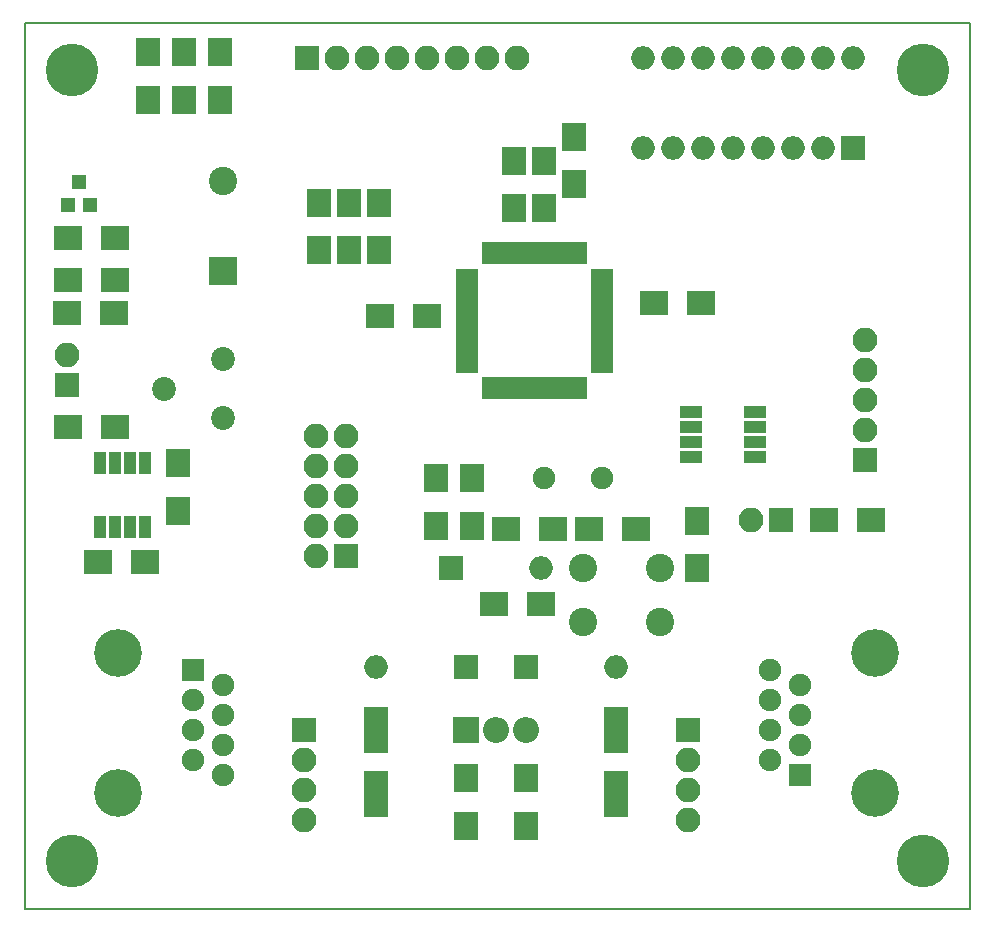
<source format=gbr>
G04 #@! TF.FileFunction,Soldermask,Top*
%FSLAX46Y46*%
G04 Gerber Fmt 4.6, Leading zero omitted, Abs format (unit mm)*
G04 Created by KiCad (PCBNEW 4.0.7-e2-6376~58~ubuntu16.04.1) date Wed Jun 27 11:01:06 2018*
%MOMM*%
%LPD*%
G01*
G04 APERTURE LIST*
%ADD10C,0.100000*%
%ADD11C,0.200000*%
%ADD12R,2.100000X2.400000*%
%ADD13C,4.050000*%
%ADD14R,1.900000X1.900000*%
%ADD15C,1.900000*%
%ADD16R,2.400000X2.100000*%
%ADD17R,2.400000X2.000000*%
%ADD18R,2.000000X2.000000*%
%ADD19O,2.000000X2.000000*%
%ADD20R,2.000000X2.400000*%
%ADD21C,2.400000*%
%ADD22R,1.200000X1.300000*%
%ADD23R,1.950000X1.000000*%
%ADD24R,2.400000X2.400000*%
%ADD25R,2.000000X3.900000*%
%ADD26R,2.100000X2.100000*%
%ADD27O,2.100000X2.100000*%
%ADD28C,2.020000*%
%ADD29R,0.950000X1.900000*%
%ADD30R,1.900000X0.950000*%
%ADD31R,1.000000X1.950000*%
%ADD32R,2.200000X2.200000*%
%ADD33O,2.200000X2.200000*%
%ADD34C,4.464000*%
G04 APERTURE END LIST*
D10*
D11*
X256000000Y-62000000D02*
X256000000Y-137000000D01*
X176000000Y-62000000D02*
X256000000Y-62000000D01*
X176000000Y-137000000D02*
X176000000Y-62000000D01*
X256000000Y-137000000D02*
X176000000Y-137000000D01*
D12*
X210820000Y-104584000D03*
X210820000Y-100584000D03*
D13*
X248000000Y-115350000D03*
X248000000Y-127220000D03*
D14*
X241650000Y-125730000D03*
D15*
X239110000Y-124460000D03*
X241650000Y-123190000D03*
X239110000Y-121920000D03*
X241650000Y-120650000D03*
X239110000Y-119380000D03*
X241650000Y-118110000D03*
X239110000Y-116840000D03*
D13*
X183912000Y-127220000D03*
X183912000Y-115350000D03*
D14*
X190262000Y-116840000D03*
D15*
X192802000Y-118110000D03*
X190262000Y-119380000D03*
X192802000Y-120650000D03*
X190262000Y-121920000D03*
X192802000Y-123190000D03*
X190262000Y-124460000D03*
X192802000Y-125730000D03*
D16*
X219710000Y-111252000D03*
X215710000Y-111252000D03*
D17*
X220726000Y-104902000D03*
X216726000Y-104902000D03*
D18*
X212090000Y-108204000D03*
D19*
X219710000Y-108204000D03*
D20*
X213868000Y-100584000D03*
X213868000Y-104584000D03*
X232918000Y-108204000D03*
X232918000Y-104204000D03*
D17*
X223774000Y-104902000D03*
X227774000Y-104902000D03*
D21*
X229766000Y-108204000D03*
X229766000Y-112704000D03*
X223266000Y-108204000D03*
X223266000Y-112704000D03*
D15*
X219964000Y-100584000D03*
X224844000Y-100584000D03*
D22*
X179624000Y-77440000D03*
X181524000Y-77440000D03*
X180574000Y-75440000D03*
D23*
X232410000Y-94996000D03*
X232410000Y-96266000D03*
X232410000Y-97536000D03*
X232410000Y-98806000D03*
X237810000Y-98806000D03*
X237810000Y-97536000D03*
X237810000Y-96266000D03*
X237810000Y-94996000D03*
D24*
X192786000Y-83038000D03*
D21*
X192786000Y-75438000D03*
D20*
X217424000Y-77724000D03*
X217424000Y-73724000D03*
D17*
X229235000Y-85725000D03*
X233235000Y-85725000D03*
X210058000Y-86868000D03*
X206058000Y-86868000D03*
D20*
X219964000Y-77724000D03*
X219964000Y-73724000D03*
D17*
X183642000Y-96266000D03*
X179642000Y-96266000D03*
X182182000Y-107696000D03*
X186182000Y-107696000D03*
D25*
X205740000Y-121920000D03*
X205740000Y-127320000D03*
D20*
X213360000Y-125984000D03*
X213360000Y-129984000D03*
X218440000Y-125984000D03*
X218440000Y-129984000D03*
D25*
X226060000Y-121920000D03*
X226060000Y-127320000D03*
D26*
X203200000Y-107188000D03*
D27*
X200660000Y-107188000D03*
X203200000Y-104648000D03*
X200660000Y-104648000D03*
X203200000Y-102108000D03*
X200660000Y-102108000D03*
X203200000Y-99568000D03*
X200660000Y-99568000D03*
X203200000Y-97028000D03*
X200660000Y-97028000D03*
D12*
X192532000Y-64516000D03*
X192532000Y-68516000D03*
X189484000Y-64516000D03*
X189484000Y-68516000D03*
X186436000Y-64516000D03*
X186436000Y-68516000D03*
D18*
X213360000Y-116586000D03*
D19*
X205740000Y-116586000D03*
D18*
X218440000Y-116586000D03*
D19*
X226060000Y-116586000D03*
D26*
X199898000Y-65024000D03*
D27*
X202438000Y-65024000D03*
X204978000Y-65024000D03*
X207518000Y-65024000D03*
X210058000Y-65024000D03*
X212598000Y-65024000D03*
X215138000Y-65024000D03*
X217678000Y-65024000D03*
D26*
X247142000Y-99060000D03*
D27*
X247142000Y-96520000D03*
X247142000Y-93980000D03*
X247142000Y-91440000D03*
X247142000Y-88900000D03*
D26*
X179578000Y-92710000D03*
D27*
X179578000Y-90170000D03*
D26*
X199644000Y-121920000D03*
D27*
X199644000Y-124460000D03*
X199644000Y-127000000D03*
X199644000Y-129540000D03*
D26*
X232156000Y-121920000D03*
D27*
X232156000Y-124460000D03*
X232156000Y-127000000D03*
X232156000Y-129540000D03*
D26*
X240030000Y-104140000D03*
D27*
X237490000Y-104140000D03*
D12*
X222504000Y-71692000D03*
X222504000Y-75692000D03*
X205994000Y-77280000D03*
X205994000Y-81280000D03*
X203454000Y-77280000D03*
X203454000Y-81280000D03*
X200914000Y-77280000D03*
X200914000Y-81280000D03*
D16*
X247650000Y-104140000D03*
X243650000Y-104140000D03*
X183578000Y-86614000D03*
X179578000Y-86614000D03*
D12*
X188976000Y-103314000D03*
X188976000Y-99314000D03*
D16*
X179624000Y-83790000D03*
X183624000Y-83790000D03*
X179624000Y-80234000D03*
X183624000Y-80234000D03*
D28*
X192786000Y-95504000D03*
X187786000Y-93004000D03*
X192786000Y-90504000D03*
D18*
X246126000Y-72644000D03*
D19*
X228346000Y-65024000D03*
X243586000Y-72644000D03*
X230886000Y-65024000D03*
X241046000Y-72644000D03*
X233426000Y-65024000D03*
X238506000Y-72644000D03*
X235966000Y-65024000D03*
X235966000Y-72644000D03*
X238506000Y-65024000D03*
X233426000Y-72644000D03*
X241046000Y-65024000D03*
X230886000Y-72644000D03*
X243586000Y-65024000D03*
X228346000Y-72644000D03*
X246126000Y-65024000D03*
D29*
X215164000Y-92934000D03*
X215964000Y-92934000D03*
X216764000Y-92934000D03*
X217564000Y-92934000D03*
X218364000Y-92934000D03*
X219164000Y-92934000D03*
X219964000Y-92934000D03*
X220764000Y-92934000D03*
X221564000Y-92934000D03*
X222364000Y-92934000D03*
X223164000Y-92934000D03*
D30*
X224864000Y-91234000D03*
X224864000Y-90434000D03*
X224864000Y-89634000D03*
X224864000Y-88834000D03*
X224864000Y-88034000D03*
X224864000Y-87234000D03*
X224864000Y-86434000D03*
X224864000Y-85634000D03*
X224864000Y-84834000D03*
X224864000Y-84034000D03*
X224864000Y-83234000D03*
D29*
X223164000Y-81534000D03*
X222364000Y-81534000D03*
X221564000Y-81534000D03*
X220764000Y-81534000D03*
X219964000Y-81534000D03*
X219164000Y-81534000D03*
X218364000Y-81534000D03*
X217564000Y-81534000D03*
X216764000Y-81534000D03*
X215964000Y-81534000D03*
X215164000Y-81534000D03*
D30*
X213464000Y-83234000D03*
X213464000Y-84034000D03*
X213464000Y-84834000D03*
X213464000Y-85634000D03*
X213464000Y-86434000D03*
X213464000Y-87234000D03*
X213464000Y-88034000D03*
X213464000Y-88834000D03*
X213464000Y-89634000D03*
X213464000Y-90434000D03*
X213464000Y-91234000D03*
D31*
X186182000Y-99314000D03*
X184912000Y-99314000D03*
X183642000Y-99314000D03*
X182372000Y-99314000D03*
X182372000Y-104714000D03*
X183642000Y-104714000D03*
X184912000Y-104714000D03*
X186182000Y-104714000D03*
D32*
X213360000Y-121920000D03*
D33*
X215900000Y-121920000D03*
X218440000Y-121920000D03*
D34*
X252000000Y-133000000D03*
X180000000Y-133000000D03*
X180000000Y-66000000D03*
X252000000Y-66000000D03*
M02*

</source>
